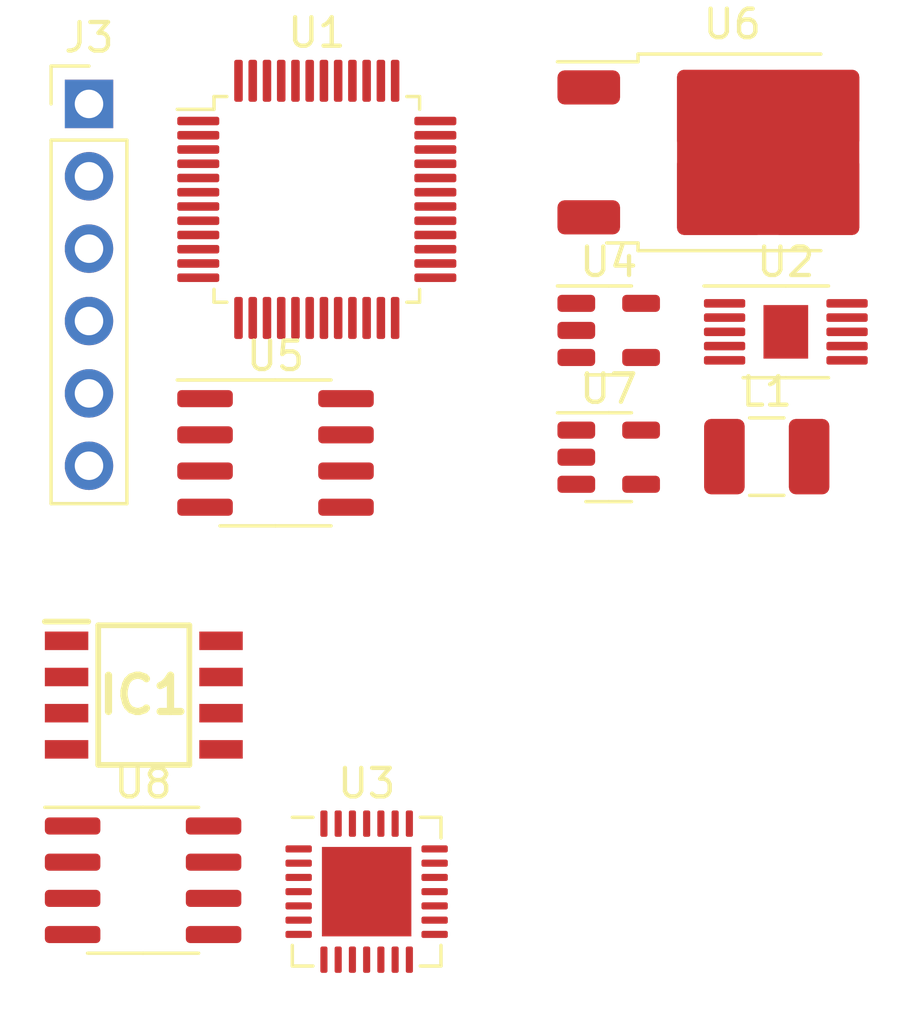
<source format=kicad_pcb>
(kicad_pcb (version 20221018) (generator pcbnew)
  (layers (0 "F.Cu" signal) (31 "B.Cu" signal) (34 "B.Paste" user) (35 "F.Paste" user) (36 "B.SilkS" user "B.Silkscreen") (37 "F.SilkS" user "F.Silkscreen") (38 "B.Mask" user) (39 "F.Mask" user) (44 "Edge.Cuts" user))
  (net 0 "")
  (net 1 "+3V3_ISO")
  (net 2 "/Measurement_Circuit/ADE_IRQ")
  (net 3 "/Measurement_Circuit/ADE_RST")
  (net 4 "GND_ISO")
  (net 5 "GND")
  (net 6 "/Measurement_Circuit/STM_ADE_RST")
  (net 7 "/Measurement_Circuit/STM_ADE_IRQ")
  (net 8 "+3V3")
  (net 9 "+3.3V")
  (net 10 "/SWCLK")
  (net 11 "/SWDIO")
  (net 12 "/NRST")
  (net 13 "/SWO")
  (net 14 "Net-(D1-K)")
  (net 15 "+5V_ISO")
  (net 19 "/HSE_IN")
  (net 20 "/HSE_OUT")
  (net 21 "/STM_ADE_RST")
  (net 22 "/STM_ADE_IRQ")
  (net 23 "/UART_TRACE_TX")
  (net 24 "/UART_TRACE_RX")
  (net 29 "Net-(U1-PB0)")
  (net 30 "Net-(U1-PB1)")
  (net 31 "Net-(U1-PB2)")
  (net 32 "/I2C2_SCL")
  (net 33 "/I2C2_SDA")
  (net 39 "/RS485_TX")
  (net 40 "/RS485_RX")
  (net 42 "/RS485_DE")
  (net 45 "Net-(U1-PA15)")
  (net 46 "Net-(U1-PB3)")
  (net 47 "Net-(U1-PB4)")
  (net 48 "Net-(U1-PB5)")
  (net 49 "Net-(U1-PB6)")
  (net 50 "Net-(U1-PB7)")
  (net 51 "Net-(U1-BOOT0)")
  (net 54 "Net-(T2-IN+)")
  (net 55 "VCC")
  (net 56 "Net-(U2-EN{slash}UVLO)")
  (net 59 "Net-(U2-CLK)")
  (net 60 "Net-(U2-SS{slash}ILIM)")
  (net 61 "Net-(T2-IN-)")
  (net 63 "/Measurement_Circuit/VINTD")
  (net 64 "/Measurement_Circuit/IAP")
  (net 65 "/Measurement_Circuit/IAN")
  (net 66 "/Measurement_Circuit/IBP")
  (net 67 "/Measurement_Circuit/IBN")
  (net 68 "/Measurement_Circuit/VN")
  (net 69 "/Measurement_Circuit/VP")
  (net 70 "/Measurement_Circuit/REF")
  (net 71 "/Measurement_Circuit/VINTA")
  (net 72 "GNDA")
  (net 73 "Net-(U3-CLKIN)")
  (net 74 "Net-(U3-CLKOUT)")
  (net 79 "Net-(U3-SCLK)")
  (net 80 "/Measurement_Circuit/ADE_SDA")
  (net 81 "/Measurement_Circuit/ADE_SCL")
  (net 82 "Net-(U3-~{CS})")
  (net 83 "+5V")
  (net 84 "Net-(U4-BYP)")
  (net 85 "Net-(U5-~{RE})")
  (net 86 "Net-(JP1-B)")
  (net 87 "Net-(J1-Pin_2)")
  (net 88 "Net-(J1-Pin_1)")
  (net 89 "Net-(U7-BYP)")
  (net 90 "/Measurement_Circuit/I2C2_SCL")
  (net 91 "/Measurement_Circuit/I2C2_SDA")
  (footprint "Package_SO:SOIC-8_3.9x4.9mm_P1.27mm" (layer "F.Cu") (at 104.95 86.1125)
    (fp_text reference "U8" (at 0 -3.4) (layer "F.SilkS"))
    (fp_text value "ISO1541")
    (fp_line (start 0 -2.56) (end -3.45 -2.56) (stroke (width 0.12)) (layer "F.SilkS"))
    (fp_line (start 0 -2.56) (end 1.95 -2.56) (stroke (width 0.12)) (layer "F.SilkS"))
    (fp_line (start 0 2.56) (end -1.95 2.56) (stroke (width 0.12)) (layer "F.SilkS"))
    (fp_line (start 0 2.56) (end 1.95 2.56) (stroke (width 0.12)) (layer "F.SilkS"))
    (pad "1" smd roundrect (at -2.475 -1.905) (size 1.95 0.6) (layers "F.Cu" "F.Paste" "F.Mask") (net 8 "+3V3"))
    (pad "2" smd roundrect (at -2.475 -0.635) (size 1.95 0.6) (layers "F.Cu" "F.Paste" "F.Mask") (net 90 "/Measurement_Circuit/I2C2_SCL"))
    (pad "3" smd roundrect (at -2.475 0.635) (size 1.95 0.6) (layers "F.Cu" "F.Paste" "F.Mask") (net 91 "/Measurement_Circuit/I2C2_SDA"))
    (pad "4" smd roundrect (at -2.475 1.905) (size 1.95 0.6) (layers "F.Cu" "F.Paste" "F.Mask") (net 5 "GND"))
    (pad "5" smd roundrect (at 2.475 1.905) (size 1.95 0.6) (layers "F.Cu" "F.Paste" "F.Mask") (net 4 "GND_ISO"))
    (pad "6" smd roundrect (at 2.475 0.635) (size 1.95 0.6) (layers "F.Cu" "F.Paste" "F.Mask") (net 80 "/Measurement_Circuit/ADE_SDA"))
    (pad "7" smd roundrect (at 2.475 -0.635) (size 1.95 0.6) (layers "F.Cu" "F.Paste" "F.Mask") (net 81 "/Measurement_Circuit/ADE_SCL"))
    (pad "8" smd roundrect (at 2.475 -1.905) (size 1.95 0.6) (layers "F.Cu" "F.Paste" "F.Mask") (net 1 "+3V3_ISO"))
  )
  (footprint "Package_CSP:LFCSP-28-1EP_5x5mm_P0.5mm_EP3.14x3.14mm" (layer "F.Cu") (at 112.8 86.5125)
    (fp_text reference "U3" (at 0 -3.8) (layer "F.SilkS"))
    (fp_text value "ADE7953xCP")
    (fp_line (start -2.61 2.61) (end -2.61 1.885) (stroke (width 0.12)) (layer "F.SilkS"))
    (fp_line (start -1.885 -2.61) (end -2.61 -2.61) (stroke (width 0.12)) (layer "F.SilkS"))
    (fp_line (start -1.885 2.61) (end -2.61 2.61) (stroke (width 0.12)) (layer "F.SilkS"))
    (fp_line (start 1.885 -2.61) (end 2.61 -2.61) (stroke (width 0.12)) (layer "F.SilkS"))
    (fp_line (start 1.885 2.61) (end 2.61 2.61) (stroke (width 0.12)) (layer "F.SilkS"))
    (fp_line (start 2.61 -2.61) (end 2.61 -1.885) (stroke (width 0.12)) (layer "F.SilkS"))
    (fp_line (start 2.61 2.61) (end 2.61 1.885) (stroke (width 0.12)) (layer "F.SilkS"))
    (pad "1" smd roundrect (at -2.3875 -1.5) (size 0.925 0.25) (layers "F.Cu" "F.Paste" "F.Mask"))
    (pad "2" smd roundrect (at -2.3875 -1) (size 0.925 0.25) (layers "F.Cu" "F.Paste" "F.Mask") (net 3 "/Measurement_Circuit/ADE_RST"))
    (pad "3" smd roundrect (at -2.3875 -0.5) (size 0.925 0.25) (layers "F.Cu" "F.Paste" "F.Mask") (net 63 "/Measurement_Circuit/VINTD"))
    (pad "4" smd roundrect (at -2.3875 0) (size 0.925 0.25) (layers "F.Cu" "F.Paste" "F.Mask") (net 4 "GND_ISO"))
    (pad "5" smd roundrect (at -2.3875 0.5) (size 0.925 0.25) (layers "F.Cu" "F.Paste" "F.Mask") (net 64 "/Measurement_Circuit/IAP"))
    (pad "6" smd roundrect (at -2.3875 1) (size 0.925 0.25) (layers "F.Cu" "F.Paste" "F.Mask") (net 65 "/Measurement_Circuit/IAN"))
    (pad "7" smd roundrect (at -2.3875 1.5) (size 0.925 0.25) (layers "F.Cu" "F.Paste" "F.Mask") (net 8 "+3V3"))
    (pad "8" smd roundrect (at -1.5 2.3875) (size 0.25 0.925) (layers "F.Cu" "F.Paste" "F.Mask") (net 8 "+3V3"))
    (pad "9" smd roundrect (at -1 2.3875) (size 0.25 0.925) (layers "F.Cu" "F.Paste" "F.Mask") (net 66 "/Measurement_Circuit/IBP"))
    (pad "10" smd roundrect (at -0.5 2.3875) (size 0.25 0.925) (layers "F.Cu" "F.Paste" "F.Mask") (net 67 "/Measurement_Circuit/IBN"))
    (pad "11" smd roundrect (at 0 2.3875) (size 0.25 0.925) (layers "F.Cu" "F.Paste" "F.Mask") (net 68 "/Measurement_Circuit/VN"))
    (pad "12" smd roundrect (at 0.5 2.3875) (size 0.25 0.925) (layers "F.Cu" "F.Paste" "F.Mask") (net 69 "/Measurement_Circuit/VP"))
    (pad "13" smd roundrect (at 1 2.3875) (size 0.25 0.925) (layers "F.Cu" "F.Paste" "F.Mask") (net 70 "/Measurement_Circuit/REF"))
    (pad "14" smd roundrect (at 1.5 2.3875) (size 0.25 0.925) (layers "F.Cu" "F.Paste" "F.Mask") (net 4 "GND_ISO"))
    (pad "15" smd roundrect (at 2.3875 1.5) (size 0.925 0.25) (layers "F.Cu" "F.Paste" "F.Mask") (net 71 "/Measurement_Circuit/VINTA"))
    (pad "16" smd roundrect (at 2.3875 1) (size 0.925 0.25) (layers "F.Cu" "F.Paste" "F.Mask") (net 72 "GNDA"))
    (pad "17" smd roundrect (at 2.3875 0.5) (size 0.925 0.25) (layers "F.Cu" "F.Paste" "F.Mask") (net 1 "+3V3_ISO"))
    (pad "18" smd roundrect (at 2.3875 0) (size 0.925 0.25) (layers "F.Cu" "F.Paste" "F.Mask") (net 73 "Net-(U3-CLKIN)"))
    (pad "19" smd roundrect (at 2.3875 -0.5) (size 0.925 0.25) (layers "F.Cu" "F.Paste" "F.Mask") (net 74 "Net-(U3-CLKOUT)"))
    (pad "20" smd roundrect (at 2.3875 -1) (size 0.925 0.25) (layers "F.Cu" "F.Paste" "F.Mask"))
    (pad "21" smd roundrect (at 2.3875 -1.5) (size 0.925 0.25) (layers "F.Cu" "F.Paste" "F.Mask"))
    (pad "22" smd roundrect (at 1.5 -2.3875) (size 0.25 0.925) (layers "F.Cu" "F.Paste" "F.Mask") (net 2 "/Measurement_Circuit/ADE_IRQ"))
    (pad "23" smd roundrect (at 1 -2.3875) (size 0.25 0.925) (layers "F.Cu" "F.Paste" "F.Mask"))
    (pad "24" smd roundrect (at 0.5 -2.3875) (size 0.25 0.925) (layers "F.Cu" "F.Paste" "F.Mask"))
    (pad "25" smd roundrect (at 0 -2.3875) (size 0.25 0.925) (layers "F.Cu" "F.Paste" "F.Mask") (net 79 "Net-(U3-SCLK)"))
    (pad "26" smd roundrect (at -0.5 -2.3875) (size 0.25 0.925) (layers "F.Cu" "F.Paste" "F.Mask") (net 80 "/Measurement_Circuit/ADE_SDA"))
    (pad "27" smd roundrect (at -1 -2.3875) (size 0.25 0.925) (layers "F.Cu" "F.Paste" "F.Mask") (net 81 "/Measurement_Circuit/ADE_SCL"))
    (pad "28" smd roundrect (at -1.5 -2.3875) (size 0.25 0.925) (layers "F.Cu" "F.Paste" "F.Mask") (net 82 "Net-(U3-~{CS})"))
    (pad "29" smd rect (at 0 0) (size 3.14 3.14) (layers "F.Cu" "F.Mask") (net 4 "GND_ISO"))
  )
  (footprint "LibLoader:SOIC127P600X175-8N" (layer "F.Cu") (at 104.975 79.6125)
    (fp_text reference "IC1" (at 0 0) (layer "F.SilkS") (effects (font (size 1.27 1.27) (thickness 0.254))))
    (fp_text value "ISO6721RBDR" hide)
    (fp_line (start -3.475 -2.58) (end -1.95 -2.58) (stroke (width 0.2)) (layer "F.SilkS"))
    (fp_line (start -1.6 -2.45) (end 1.6 -2.45) (stroke (width 0.2)) (layer "F.SilkS"))
    (fp_line (start -1.6 2.45) (end -1.6 -2.45) (stroke (width 0.2)) (layer "F.SilkS"))
    (fp_line (start 1.6 -2.45) (end 1.6 2.45) (stroke (width 0.2)) (layer "F.SilkS"))
    (fp_line (start 1.6 2.45) (end -1.6 2.45) (stroke (width 0.2)) (layer "F.SilkS"))
    (pad "1" smd rect (at -2.712 -1.905 90) (size 0.65 1.525) (layers "F.Cu" "F.Paste" "F.Mask") (net 1 "+3V3_ISO"))
    (pad "2" smd rect (at -2.712 -0.635 90) (size 0.65 1.525) (layers "F.Cu" "F.Paste" "F.Mask") (net 2 "/Measurement_Circuit/ADE_IRQ"))
    (pad "3" smd rect (at -2.712 0.635 90) (size 0.65 1.525) (layers "F.Cu" "F.Paste" "F.Mask") (net 3 "/Measurement_Circuit/ADE_RST"))
    (pad "4" smd rect (at -2.712 1.905 90) (size 0.65 1.525) (layers "F.Cu" "F.Paste" "F.Mask") (net 4 "GND_ISO"))
    (pad "5" smd rect (at 2.712 1.905 90) (size 0.65 1.525) (layers "F.Cu" "F.Paste" "F.Mask") (net 5 "GND"))
    (pad "6" smd rect (at 2.712 0.635 90) (size 0.65 1.525) (layers "F.Cu" "F.Paste" "F.Mask") (net 6 "/Measurement_Circuit/STM_ADE_RST"))
    (pad "7" smd rect (at 2.712 -0.635 90) (size 0.65 1.525) (layers "F.Cu" "F.Paste" "F.Mask") (net 7 "/Measurement_Circuit/STM_ADE_IRQ"))
    (pad "8" smd rect (at 2.712 -1.905 90) (size 0.65 1.525) (layers "F.Cu" "F.Paste" "F.Mask") (net 8 "+3V3"))
  )
  (footprint "Connector_PinHeader_2.54mm:PinHeader_1x06_P2.54mm_Vertical" (layer "F.Cu") (at 103.05 58.8625)
    (fp_text reference "J3" (at 0 -2.33) (layer "F.SilkS"))
    (fp_text value "ST_Llink")
    (fp_line (start -1.33 -1.33) (end 0 -1.33) (stroke (width 0.12)) (layer "F.SilkS"))
    (fp_line (start -1.33 0) (end -1.33 -1.33) (stroke (width 0.12)) (layer "F.SilkS"))
    (fp_line (start -1.33 1.27) (end -1.33 14.03) (stroke (width 0.12)) (layer "F.SilkS"))
    (fp_line (start -1.33 1.27) (end 1.33 1.27) (stroke (width 0.12)) (layer "F.SilkS"))
    (fp_line (start -1.33 14.03) (end 1.33 14.03) (stroke (width 0.12)) (layer "F.SilkS"))
    (fp_line (start 1.33 1.27) (end 1.33 14.03) (stroke (width 0.12)) (layer "F.SilkS"))
    (pad "1" thru_hole rect (at 0 0) (size 1.7 1.7) (drill 1) (layers "*.Cu" "*.Mask") (net 9 "+3.3V"))
    (pad "2" thru_hole oval (at 0 2.54) (size 1.7 1.7) (drill 1) (layers "*.Cu" "*.Mask") (net 10 "/SWCLK"))
    (pad "3" thru_hole oval (at 0 5.08) (size 1.7 1.7) (drill 1) (layers "*.Cu" "*.Mask") (net 5 "GND"))
    (pad "4" thru_hole oval (at 0 7.62) (size 1.7 1.7) (drill 1) (layers "*.Cu" "*.Mask") (net 11 "/SWDIO"))
    (pad "5" thru_hole oval (at 0 10.16) (size 1.7 1.7) (drill 1) (layers "*.Cu" "*.Mask") (net 12 "/NRST"))
    (pad "6" thru_hole oval (at 0 12.7) (size 1.7 1.7) (drill 1) (layers "*.Cu" "*.Mask") (net 13 "/SWO"))
  )
  (footprint "Package_TO_SOT_SMD:TSOT-23-5" (layer "F.Cu") (at 121.3 71.2625)
    (fp_text reference "U7" (at 0 -2.4) (layer "F.SilkS"))
    (fp_text value "LD3985G33R_TSOT23")
    (fp_line (start 0 -1.56) (end -1.8 -1.56) (stroke (width 0.12)) (layer "F.SilkS"))
    (fp_line (start 0 -1.56) (end 0.8 -1.56) (stroke (width 0.12)) (layer "F.SilkS"))
    (fp_line (start 0 1.56) (end -0.8 1.56) (stroke (width 0.12)) (layer "F.SilkS"))
    (fp_line (start 0 1.56) (end 0.8 1.56) (stroke (width 0.12)) (layer "F.SilkS"))
    (pad "1" smd roundrect (at -1.1375 -0.95) (size 1.325 0.6) (layers "F.Cu" "F.Paste" "F.Mask") (net 15 "+5V_ISO"))
    (pad "2" smd roundrect (at -1.1375 0) (size 1.325 0.6) (layers "F.Cu" "F.Paste" "F.Mask") (net 4 "GND_ISO"))
    (pad "3" smd roundrect (at -1.1375 0.95) (size 1.325 0.6) (layers "F.Cu" "F.Paste" "F.Mask") (net 15 "+5V_ISO"))
    (pad "4" smd roundrect (at 1.1375 0.95) (size 1.325 0.6) (layers "F.Cu" "F.Paste" "F.Mask") (net 89 "Net-(U7-BYP)"))
    (pad "5" smd roundrect (at 1.1375 -0.95) (size 1.325 0.6) (layers "F.Cu" "F.Paste" "F.Mask") (net 1 "+3V3_ISO"))
  )
  (footprint "Inductor_SMD:L_1210_3225Metric_Pad1.42x2.65mm_HandSolder" (layer "F.Cu") (at 126.85 71.2425)
    (fp_text reference "L1" (at 0 -2.28) (layer "F.SilkS"))
    (fp_text value "10,26u")
    (fp_line (start -0.602064 -1.36) (end 0.602064 -1.36) (stroke (width 0.12)) (layer "F.SilkS"))
    (fp_line (start -0.602064 1.36) (end 0.602064 1.36) (stroke (width 0.12)) (layer "F.SilkS"))
    (pad "1" smd roundrect (at -1.4875 0) (size 1.425 2.65) (layers "F.Cu" "F.Paste" "F.Mask") (roundrect_rratio 0.175439) (net 14 "Net-(D1-K)"))
    (pad "2" smd roundrect (at 1.4875 0) (size 1.425 2.65) (layers "F.Cu" "F.Paste" "F.Mask") (roundrect_rratio 0.175439) (net 15 "+5V_ISO"))
  )
  (footprint "Package_SO:SOIC-8_3.9x4.9mm_P1.27mm" (layer "F.Cu") (at 109.6 71.1125)
    (fp_text reference "U5" (at 0 -3.4) (layer "F.SilkS"))
    (fp_text value "SN75176AD")
    (fp_line (start 0 -2.56) (end -3.45 -2.56) (stroke (width 0.12)) (layer "F.SilkS"))
    (fp_line (start 0 -2.56) (end 1.95 -2.56) (stroke (width 0.12)) (layer "F.SilkS"))
    (fp_line (start 0 2.56) (end -1.95 2.56) (stroke (width 0.12)) (layer "F.SilkS"))
    (fp_line (start 0 2.56) (end 1.95 2.56) (stroke (width 0.12)) (layer "F.SilkS"))
    (pad "1" smd roundrect (at -2.475 -1.905) (size 1.95 0.6) (layers "F.Cu" "F.Paste" "F.Mask") (net 40 "/RS485_RX"))
    (pad "2" smd roundrect (at -2.475 -0.635) (size 1.95 0.6) (layers "F.Cu" "F.Paste" "F.Mask") (net 85 "Net-(U5-~{RE})"))
    (pad "3" smd roundrect (at -2.475 0.635) (size 1.95 0.6) (layers "F.Cu" "F.Paste" "F.Mask") (net 86 "Net-(JP1-B)"))
    (pad "4" smd roundrect (at -2.475 1.905) (size 1.95 0.6) (layers "F.Cu" "F.Paste" "F.Mask") (net 39 "/RS485_TX"))
    (pad "5" smd roundrect (at 2.475 1.905) (size 1.95 0.6) (layers "F.Cu" "F.Paste" "F.Mask") (net 5 "GND"))
    (pad "6" smd roundrect (at 2.475 0.635) (size 1.95 0.6) (layers "F.Cu" "F.Paste" "F.Mask") (net 87 "Net-(J1-Pin_2)"))
    (pad "7" smd roundrect (at 2.475 -0.635) (size 1.95 0.6) (layers "F.Cu" "F.Paste" "F.Mask") (net 88 "Net-(J1-Pin_1)"))
    (pad "8" smd roundrect (at 2.475 -1.905) (size 1.95 0.6) (layers "F.Cu" "F.Paste" "F.Mask") (net 83 "+5V"))
  )
  (footprint "Package_TO_SOT_SMD:TSOT-23-5" (layer "F.Cu") (at 121.3 66.8125)
    (fp_text reference "U4" (at 0 -2.4) (layer "F.SilkS"))
    (fp_text value "LD3985G33R_TSOT23")
    (fp_line (start 0 -1.56) (end -1.8 -1.56) (stroke (width 0.12)) (layer "F.SilkS"))
    (fp_line (start 0 -1.56) (end 0.8 -1.56) (stroke (width 0.12)) (layer "F.SilkS"))
    (fp_line (start 0 1.56) (end -0.8 1.56) (stroke (width 0.12)) (layer "F.SilkS"))
    (fp_line (start 0 1.56) (end 0.8 1.56) (stroke (width 0.12)) (layer "F.SilkS"))
    (pad "1" smd roundrect (at -1.1375 -0.95) (size 1.325 0.6) (layers "F.Cu" "F.Paste" "F.Mask") (net 83 "+5V"))
    (pad "2" smd roundrect (at -1.1375 0) (size 1.325 0.6) (layers "F.Cu" "F.Paste" "F.Mask") (net 5 "GND"))
    (pad "3" smd roundrect (at -1.1375 0.95) (size 1.325 0.6) (layers "F.Cu" "F.Paste" "F.Mask") (net 83 "+5V"))
    (pad "4" smd roundrect (at 1.1375 0.95) (size 1.325 0.6) (layers "F.Cu" "F.Paste" "F.Mask") (net 84 "Net-(U4-BYP)"))
    (pad "5" smd roundrect (at 1.1375 -0.95) (size 1.325 0.6) (layers "F.Cu" "F.Paste" "F.Mask") (net 9 "+3.3V"))
  )
  (footprint "Package_SO:HVSSOP-10-1EP_3x3mm_P0.5mm_EP1.57x1.88mm" (layer "F.Cu") (at 127.52 66.8625)
    (fp_text reference "U2" (at 0 -2.45) (layer "F.SilkS"))
    (fp_text value "SN6507DGQ")
    (fp_line (start 0 -1.61) (end -2.875 -1.61) (stroke (width 0.12)) (layer "F.SilkS"))
    (fp_line (start 0 -1.61) (end 1.5 -1.61) (stroke (width 0.12)) (layer "F.SilkS"))
    (fp_line (start 0 1.61) (end -1.5 1.61) (stroke (width 0.12)) (layer "F.SilkS"))
    (fp_line (start 0 1.61) (end 1.5 1.61) (stroke (width 0.12)) (layer "F.SilkS"))
    (pad "1" smd roundrect (at -2.15 -1) (size 1.45 0.3) (layers "F.Cu" "F.Paste" "F.Mask") (net 54 "Net-(T2-IN+)"))
    (pad "2" smd roundrect (at -2.15 -0.5) (size 1.45 0.3) (layers "F.Cu" "F.Paste" "F.Mask") (net 5 "GND"))
    (pad "3" smd roundrect (at -2.15 0) (size 1.45 0.3) (layers "F.Cu" "F.Paste" "F.Mask") (net 55 "VCC"))
    (pad "4" smd roundrect (at -2.15 0.5) (size 1.45 0.3) (layers "F.Cu" "F.Paste" "F.Mask") (net 56 "Net-(U2-EN{slash}UVLO)"))
    (pad "5" smd roundrect (at -2.15 1) (size 1.45 0.3) (layers "F.Cu" "F.Paste" "F.Mask"))
    (pad "6" smd roundrect (at 2.15 1) (size 1.45 0.3) (layers "F.Cu" "F.Paste" "F.Mask"))
    (pad "7" smd roundrect (at 2.15 0.5) (size 1.45 0.3) (layers "F.Cu" "F.Paste" "F.Mask") (net 59 "Net-(U2-CLK)"))
    (pad "8" smd roundrect (at 2.15 0) (size 1.45 0.3) (layers "F.Cu" "F.Paste" "F.Mask") (net 60 "Net-(U2-SS{slash}ILIM)"))
    (pad "9" smd roundrect (at 2.15 -0.5) (size 1.45 0.3) (layers "F.Cu" "F.Paste" "F.Mask") (net 5 "GND"))
    (pad "10" smd roundrect (at 2.15 -1) (size 1.45 0.3) (layers "F.Cu" "F.Paste" "F.Mask") (net 61 "Net-(T2-IN-)"))
    (pad "11" smd rect (at 0 0) (size 1.57 1.88) (layers "F.Cu" "F.Mask"))
  )
  (footprint "Package_TO_SOT_SMD:TO-252-2" (layer "F.Cu") (at 125.64 60.5625)
    (fp_text reference "U6" (at 0 -4.5) (layer "F.SilkS"))
    (fp_text value "LF50_TO252")
    (fp_line (start -3.31 -3.45) (end -3.31 -3.18) (stroke (width 0.12)) (layer "F.SilkS"))
    (fp_line (start -3.31 -3.18) (end -6.14 -3.18) (stroke (width 0.12)) (layer "F.SilkS"))
    (fp_line (start -3.31 3.18) (end -4.41 3.18) (stroke (width 0.12)) (layer "F.SilkS"))
    (fp_line (start -3.31 3.45) (end -3.31 3.18) (stroke (width 0.12)) (layer "F.SilkS"))
    (fp_line (start 3.11 -3.45) (end -3.31 -3.45) (stroke (width 0.12)) (layer "F.SilkS"))
    (fp_line (start 3.11 3.45) (end -3.31 3.45) (stroke (width 0.12)) (layer "F.SilkS"))
    (pad "1" smd roundrect (at -5.04 -2.28) (size 2.2 1.2) (layers "F.Cu" "F.Paste" "F.Mask") (roundrect_rratio 0.208333) (net 55 "VCC"))
    (pad "2" smd roundrect (at -0.415 -1.525) (size 3.05 2.75) (layers "F.Cu" "F.Paste") (roundrect_rratio 0.090909) (net 5 "GND"))
    (pad "2" smd roundrect (at -0.415 1.525) (size 3.05 2.75) (layers "F.Cu" "F.Paste") (roundrect_rratio 0.090909) (net 5 "GND"))
    (pad "2" smd roundrect (at 1.26 0) (size 6.4 5.8) (layers "F.Cu" "F.Mask") (roundrect_rratio 0.043103) (net 5 "GND"))
    (pad "2" smd roundrect (at 2.935 -1.525) (size 3.05 2.75) (layers "F.Cu" "F.Paste") (roundrect_rratio 0.090909) (net 5 "GND"))
    (pad "2" smd roundrect (at 2.935 1.525) (size 3.05 2.75) (layers "F.Cu" "F.Paste") (roundrect_rratio 0.090909) (net 5 "GND"))
    (pad "3" smd roundrect (at -5.04 2.28) (size 2.2 1.2) (layers "F.Cu" "F.Paste" "F.Mask") (roundrect_rratio 0.208333) (net 83 "+5V"))
  )
  (footprint "Package_QFP:LQFP-48_7x7mm_P0.5mm" (layer "F.Cu") (at 111.05 62.2125)
    (fp_text reference "U1" (at 0 -5.85) (layer "F.SilkS"))
    (fp_text value "STM32F030C8Tx")
    (fp_line (start -3.61 -3.61) (end -3.61 -3.16) (stroke (width 0.12)) (layer "F.SilkS"))
    (fp_line (start -3.61 -3.16) (end -4.9 -3.16) (stroke (width 0.12)) (layer "F.SilkS"))
    (fp_line (start -3.61 3.61) (end -3.61 3.16) (stroke (width 0.12)) (layer "F.SilkS"))
    (fp_line (start -3.16 -3.61) (end -3.61 -3.61) (stroke (width 0.12)) (layer "F.SilkS"))
    (fp_line (start -3.16 3.61) (end -3.61 3.61) (stroke (width 0.12)) (layer "F.SilkS"))
    (fp_line (start 3.16 -3.61) (end 3.61 -3.61) (stroke (width 0.12)) (layer "F.SilkS"))
    (fp_line (start 3.16 3.61) (end 3.61 3.61) (stroke (width 0.12)) (layer "F.SilkS"))
    (fp_line (start 3.61 -3.61) (end 3.61 -3.16) (stroke (width 0.12)) (layer "F.SilkS"))
    (fp_line (start 3.61 3.61) (end 3.61 3.16) (stroke (width 0.12)) (layer "F.SilkS"))
    (pad "1" smd roundrect (at -4.1625 -2.75) (size 1.475 0.3) (layers "F.Cu" "F.Paste" "F.Mask") (net 8 "+3V3"))
    (pad "2" smd roundrect (at -4.1625 -2.25) (size 1.475 0.3) (layers "F.Cu" "F.Paste" "F.Mask"))
    (pad "3" smd roundrect (at -4.1625 -1.75) (size 1.475 0.3) (layers "F.Cu" "F.Paste" "F.Mask"))
    (pad "4" smd roundrect (at -4.1625 -1.25) (size 1.475 0.3) (layers "F.Cu" "F.Paste" "F.Mask"))
    (pad "5" smd roundrect (at -4.1625 -0.75) (size 1.475 0.3) (layers "F.Cu" "F.Paste" "F.Mask") (net 19 "/HSE_IN"))
    (pad "6" smd roundrect (at -4.1625 -0.25) (size 1.475 0.3) (layers "F.Cu" "F.Paste" "F.Mask") (net 20 "/HSE_OUT"))
    (pad "7" smd roundrect (at -4.1625 0.25) (size 1.475 0.3) (layers "F.Cu" "F.Paste" "F.Mask") (net 12 "/NRST"))
    (pad "8" smd roundrect (at -4.1625 0.75) (size 1.475 0.3) (layers "F.Cu" "F.Paste" "F.Mask") (net 5 "GND"))
    (pad "9" smd roundrect (at -4.1625 1.25) (size 1.475 0.3) (layers "F.Cu" "F.Paste" "F.Mask") (net 8 "+3V3"))
    (pad "10" smd roundrect (at -4.1625 1.75) (size 1.475 0.3) (layers "F.Cu" "F.Paste" "F.Mask") (net 21 "/STM_ADE_RST"))
    (pad "11" smd roundrect (at -4.1625 2.25) (size 1.475 0.3) (layers "F.Cu" "F.Paste" "F.Mask") (net 22 "/STM_ADE_IRQ"))
    (pad "12" smd roundrect (at -4.1625 2.75) (size 1.475 0.3) (layers "F.Cu" "F.Paste" "F.Mask") (net 23 "/UART_TRACE_TX"))
    (pad "13" smd roundrect (at -2.75 4.1625) (size 0.3 1.475) (layers "F.Cu" "F.Paste" "F.Mask") (net 24 "/UART_TRACE_RX"))
    (pad "14" smd roundrect (at -2.25 4.1625) (size 0.3 1.475) (layers "F.Cu" "F.Paste" "F.Mask"))
    (pad "15" smd roundrect (at -1.75 4.1625) (size 0.3 1.475) (layers "F.Cu" "F.Paste" "F.Mask"))
    (pad "16" smd roundrect (at -1.25 4.1625) (size 0.3 1.475) (layers "F.Cu" "F.Paste" "F.Mask"))
    (pad "17" smd roundrect (at -0.75 4.1625) (size 0.3 1.475) (layers "F.Cu" "F.Paste" "F.Mask"))
    (pad "18" smd roundrect (at -0.25 4.1625) (size 0.3 1.475) (layers "F.Cu" "F.Paste" "F.Mask") (net 29 "Net-(U1-PB0)"))
    (pad "19" smd roundrect (at 0.25 4.1625) (size 0.3 1.475) (layers "F.Cu" "F.Paste" "F.Mask") (net 30 "Net-(U1-PB1)"))
    (pad "20" smd roundrect (at 0.75 4.1625) (size 0.3 1.475) (layers "F.Cu" "F.Paste" "F.Mask") (net 31 "Net-(U1-PB2)"))
    (pad "21" smd roundrect (at 1.25 4.1625) (size 0.3 1.475) (layers "F.Cu" "F.Paste" "F.Mask") (net 32 "/I2C2_SCL"))
    (pad "22" smd roundrect (at 1.75 4.1625) (size 0.3 1.475) (layers "F.Cu" "F.Paste" "F.Mask") (net 33 "/I2C2_SDA"))
    (pad "23" smd roundrect (at 2.25 4.1625) (size 0.3 1.475) (layers "F.Cu" "F.Paste" "F.Mask") (net 5 "GND"))
    (pad "24" smd roundrect (at 2.75 4.1625) (size 0.3 1.475) (layers "F.Cu" "F.Paste" "F.Mask") (net 8 "+3V3"))
    (pad "25" smd roundrect (at 4.1625 2.75) (size 1.475 0.3) (layers "F.Cu" "F.Paste" "F.Mask"))
    (pad "26" smd roundrect (at 4.1625 2.25) (size 1.475 0.3) (layers "F.Cu" "F.Paste" "F.Mask"))
    (pad "27" smd roundrect (at 4.1625 1.75) (size 1.475 0.3) (layers "F.Cu" "F.Paste" "F.Mask"))
    (pad "28" smd roundrect (at 4.1625 1.25) (size 1.475 0.3) (layers "F.Cu" "F.Paste" "F.Mask"))
    (pad "29" smd roundrect (at 4.1625 0.75) (size 1.475 0.3) (layers "F.Cu" "F.Paste" "F.Mask"))
    (pad "30" smd roundrect (at 4.1625 0.25) (size 1.475 0.3) (layers "F.Cu" "F.Paste" "F.Mask") (net 39 "/RS485_TX"))
    (pad "31" smd roundrect (at 4.1625 -0.25) (size 1.475 0.3) (layers "F.Cu" "F.Paste" "F.Mask") (net 40 "/RS485_RX"))
    (pad "32" smd roundrect (at 4.1625 -0.75) (size 1.475 0.3) (layers "F.Cu" "F.Paste" "F.Mask"))
    (pad "33" smd roundrect (at 4.1625 -1.25) (size 1.475 0.3) (layers "F.Cu" "F.Paste" "F.Mask") (net 42 "/RS485_DE"))
    (pad "34" smd roundrect (at 4.1625 -1.75) (size 1.475 0.3) (layers "F.Cu" "F.Paste" "F.Mask") (net 11 "/SWDIO"))
    (pad "35" smd roundrect (at 4.1625 -2.25) (size 1.475 0.3) (layers "F.Cu" "F.Paste" "F.Mask"))
    (pad "36" smd roundrect (at 4.1625 -2.75) (size 1.475 0.3) (layers "F.Cu" "F.Paste" "F.Mask"))
    (pad "37" smd roundrect (at 2.75 -4.1625) (size 0.3 1.475) (layers "F.Cu" "F.Paste" "F.Mask") (net 10 "/SWCLK"))
    (pad "38" smd roundrect (at 2.25 -4.1625) (size 0.3 1.475) (layers "F.Cu" "F.Paste" "F.Mask") (net 45 "Net-(U1-PA15)"))
    (pad "39" smd roundrect (at 1.75 -4.1625) (size 0.3 1.475) (layers "F.Cu" "F.Paste" "F.Mask") (net 46 "Net-(U1-PB3)"))
    (pad "40" smd roundrect (at 1.25 -4.1625) (size 0.3 1.475) (layers "F.Cu" "F.Paste" "F.Mask") (net 47 "Net-(U1-PB4)"))
    (pad "41" smd roundrect (at 0.75 -4.1625) (size 0.3 1.475) (layers "F.Cu" "F.Paste" "F.Mask") (net 48 "Net-(U1-PB5)"))
    (pad "42" smd roundrect (at 0.25 -4.1625) (size 0.3 1.475) (layers "F.Cu" "F.Paste" "F.Mask") (net 49 "Net-(U1-PB6)"))
    (pad "43" smd roundrect (at -0.25 -4.1625) (size 0.3 1.475) (layers "F.Cu" "F.Paste" "F.Mask") (net 50 "Net-(U1-PB7)"))
    (pad "44" smd roundrect (at -0.75 -4.1625) (size 0.3 1.475) (layers "F.Cu" "F.Paste" "F.Mask") (net 51 "Net-(U1-BOOT0)"))
    (pad "45" smd roundrect (at -1.25 -4.1625) (size 0.3 1.475) (layers "F.Cu" "F.Paste" "F.Mask"))
    (pad "46" smd roundrect (at -1.75 -4.1625) (size 0.3 1.475) (layers "F.Cu" "F.Paste" "F.Mask"))
    (pad "47" smd roundrect (at -2.25 -4.1625) (size 0.3 1.475) (layers "F.Cu" "F.Paste" "F.Mask") (net 5 "GND"))
    (pad "48" smd roundrect (at -2.75 -4.1625) (size 0.3 1.475) (layers "F.Cu" "F.Paste" "F.Mask") (net 8 "+3V3"))
  )
)
</source>
